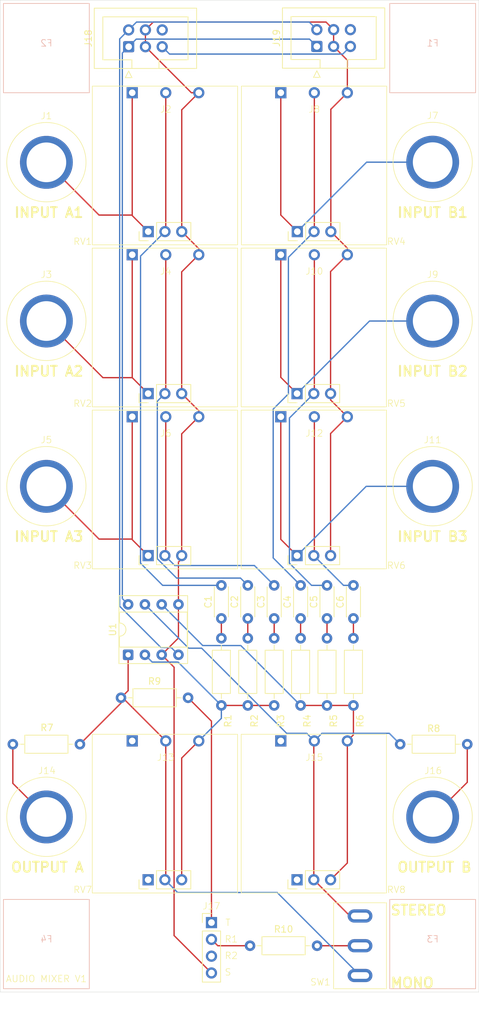
<source format=kicad_pcb>
(kicad_pcb (version 20241229) (generator "pcbnew") (generator_version "9.0")
  (layers (0 "F.Cu" signal) (2 "B.Cu" signal) (13 "F.Paste" user) (15 "B.Paste" user) (5 "F.SilkS" user "F.Silkscreen") (7 "B.SilkS" user "B.Silkscreen") (1 "F.Mask" user) (3 "B.Mask" user) (25 "Edge.Cuts" user))
  (net 0 "")
  (net 1 "Net-(C1-Pad2)")
  (net 2 "Net-(J2-Pin_2)")
  (net 3 "Net-(C2-Pad2)")
  (net 4 "Net-(J4-Pin_2)")
  (net 5 "Net-(C3-Pad2)")
  (net 6 "Net-(J6-Pin_2)")
  (net 7 "Net-(J8-Pin_2)")
  (net 8 "Net-(C4-Pad2)")
  (net 9 "Net-(J10-Pin_2)")
  (net 10 "Net-(C5-Pad2)")
  (net 11 "Net-(C6-Pad2)")
  (net 12 "Net-(J12-Pin_2)")
  (net 13 "Net-(J1-Pin_1)")
  (net 14 "GND")
  (net 15 "Net-(J3-Pin_1)")
  (net 16 "Net-(J5-Pin_1)")
  (net 17 "Net-(J7-Pin_1)")
  (net 18 "Net-(J10-Pin_1)")
  (net 19 "Net-(J11-Pin_1)")
  (net 21 "Net-(J13-Pin_2)")
  (net 22 "Net-(J13-Pin_3)")
  (net 23 "Net-(J14-Pin_1)")
  (net 25 "Net-(J15-Pin_2)")
  (net 26 "Net-(J15-Pin_3)")
  (net 27 "Net-(J16-Pin_1)")
  (net 28 "-12V")
  (net 29 "12V")
  (net 31 "5V")
  (net 33 "Net-(J17-PadT)")
  (net 34 "Net-(SW1-B)")
  (net 35 "Net-(J17-PadR1)")
  (footprint "Connector_IDC:IDC-Header_2x03_P2.54mm_Vertical" (layer "F.Cu") (at 78.96 29.5 90)
    (property "Reference" "J19" (at 1.27 -6.1 90) (layer "F.SilkS"))
    (property "Value" "Power")
    (pad "1" thru_hole roundrect (at 0 0 90) (size 1.7 1.7) (drill 1) (layers "*.Cu" "*.Mask") (roundrect_rratio 0.147059) (net 29 "12V"))
    (pad "2" thru_hole circle (at 2.54 0 90) (size 1.7 1.7) (drill 1) (layers "*.Cu" "*.Mask") (net 28 "-12V"))
    (pad "3" thru_hole circle (at 0 2.54 90) (size 1.7 1.7) (drill 1) (layers "*.Cu" "*.Mask") (net 14 "GND"))
    (pad "4" thru_hole circle (at 2.54 2.54 90) (size 1.7 1.7) (drill 1) (layers "*.Cu" "*.Mask") (net 14 "GND"))
    (pad "5" thru_hole circle (at 0 5.08 90) (size 1.7 1.7) (drill 1) (layers "*.Cu" "*.Mask") (net 31 "5V"))
    (pad "6" thru_hole circle (at 2.54 5.08 90) (size 1.7 1.7) (drill 1) (layers "*.Cu" "*.Mask"))
  )
  (footprint "Resistor_THT:R_Axial_DIN0207_L6.3mm_D2.5mm_P10.16mm_Horizontal" (layer "F.Cu") (at 84.5 119 -90)
    (property "Reference" "R6" (at 12.5 -1 90) (layer "F.SilkS"))
    (property "Value" "100K")
    (pad "1" thru_hole circle (at 0 0 270) (size 1.6 1.6) (drill 0.8) (layers "*.Cu" "*.Mask") (net 11 "Net-(C6-Pad2)"))
    (pad "2" thru_hole circle (at 10.16 0 270) (size 1.6 1.6) (drill 0.8) (layers "*.Cu" "*.Mask") (net 26 "Net-(J15-Pin_3)"))
  )
  (footprint "modular2:switch1" (layer "F.Cu") (at 85.5 174)
    (property "Reference" "SW1" (at -6 -3 0) (layer "F.SilkS") (effects (font (thickness 0.1))))
    (property "Value" "Mono/Stereo")
    (pad "1" thru_hole oval (at 0 -4) (size 3.75 2) (drill oval 2.75 1) (layers "*.Cu" "*.Mask") (net 21 "Net-(J13-Pin_2)"))
    (pad "2" thru_hole oval (at 0 -8.5) (size 3.75 2) (drill oval 2.75 1) (layers "*.Cu" "*.Mask") (net 34 "Net-(SW1-B)"))
    (pad "3" thru_hole oval (at 0 -13) (size 3.75 2) (drill oval 2.75 1) (layers "*.Cu" "*.Mask") (net 25 "Net-(J15-Pin_2)"))
  )
  (footprint "modular2:pot" (layer "F.Cu") (at 56.08 39.5)
    (property "Reference" "J2" (at 0 -0.5 0) (layer "F.SilkS") (effects (font (thickness 0.1))))
    (property "Value" "Pot")
    (pad "1" thru_hole rect (at -5.08 -3 90) (size 1.7 1.7) (drill 1) (layers "*.Cu" "*.Mask") (net 13 "Net-(J1-Pin_1)"))
    (pad "2" thru_hole circle (at 0 -3 90) (size 1.7 1.7) (drill 1) (layers "*.Cu" "*.Mask") (net 2 "Net-(J2-Pin_2)"))
    (pad "3" thru_hole circle (at 5 -3 90) (size 1.7 1.7) (drill 1) (layers "*.Cu" "*.Mask") (net 14 "GND"))
  )
  (footprint "Capacitor_THT:C_Disc_D4.3mm_W1.9mm_P5.00mm" (layer "F.Cu") (at 68.5 111 -90)
    (property "Reference" "C2" (at 2.5 2 90) (layer "F.SilkS"))
    (property "Value" "10uF")
    (pad "1" thru_hole circle (at 0 0 270) (size 1.6 1.6) (drill 0.8) (layers "*.Cu" "*.Mask") (net 4 "Net-(J4-Pin_2)"))
    (pad "2" thru_hole circle (at 5 0 270) (size 1.6 1.6) (drill 0.8) (layers "*.Cu" "*.Mask") (net 3 "Net-(C2-Pad2)"))
  )
  (footprint "Capacitor_THT:C_Disc_D4.3mm_W1.9mm_P5.00mm" (layer "F.Cu") (at 72.5 111 -90)
    (property "Reference" "C3" (at 2.5 2 90) (layer "F.SilkS"))
    (property "Value" "10uF")
    (pad "1" thru_hole circle (at 0 0 270) (size 1.6 1.6) (drill 0.8) (layers "*.Cu" "*.Mask") (net 6 "Net-(J6-Pin_2)"))
    (pad "2" thru_hole circle (at 5 0 270) (size 1.6 1.6) (drill 0.8) (layers "*.Cu" "*.Mask") (net 5 "Net-(C3-Pad2)"))
  )
  (footprint "Capacitor_THT:C_Disc_D4.3mm_W1.9mm_P5.00mm" (layer "F.Cu") (at 64.5 111 -90)
    (property "Reference" "C1" (at 2.5 2 90) (layer "F.SilkS"))
    (property "Value" "10uF")
    (pad "1" thru_hole circle (at 0 0 270) (size 1.6 1.6) (drill 0.8) (layers "*.Cu" "*.Mask") (net 2 "Net-(J2-Pin_2)"))
    (pad "2" thru_hole circle (at 5 0 270) (size 1.6 1.6) (drill 0.8) (layers "*.Cu" "*.Mask") (net 1 "Net-(C1-Pad2)"))
  )
  (footprint "modular2:banana-jack" (layer "F.Cu") (at 38 71)
    (property "Reference" "J3" (at 0 -7 0) (layer "F.SilkS") (effects (font (thickness 0.1))))
    (property "Value" "Input A2")
    (pad "1" thru_hole circle (at 0 0.024938) (size 8 8) (drill 6) (layers "*.Cu" "*.Mask") (net 15 "Net-(J3-Pin_1)"))
  )
  (footprint "modular2:pot" (layer "F.Cu") (at 78.58 64)
    (property "Reference" "J10" (at 0 -0.5 0) (layer "F.SilkS") (effects (font (thickness 0.1))))
    (property "Value" "Pot")
    (pad "1" thru_hole rect (at -5.08 -3 90) (size 1.7 1.7) (drill 1) (layers "*.Cu" "*.Mask") (net 18 "Net-(J10-Pin_1)"))
    (pad "2" thru_hole circle (at 0 -3 90) (size 1.7 1.7) (drill 1) (layers "*.Cu" "*.Mask") (net 9 "Net-(J10-Pin_2)"))
    (pad "3" thru_hole circle (at 5 -3 90) (size 1.7 1.7) (drill 1) (layers "*.Cu" "*.Mask") (net 14 "GND"))
  )
  (footprint "modular2:audio jack breakout" (layer "F.Cu") (at 63 162)
    (property "Reference" "J17" (at 0 -2.5 0) (layer "F.SilkS") (effects (font (thickness 0.1))))
    (property "Value" "AudioJack4")
    (pad "R1" thru_hole circle (at 0 2.54) (size 1.7 1.7) (drill 1) (layers "*.Cu" "*.Mask") (net 35 "Net-(J17-PadR1)"))
    (pad "R2" thru_hole circle (at 0 5.08) (size 1.7 1.7) (drill 1) (layers "*.Cu" "*.Mask"))
    (pad "S" thru_hole circle (at 0 7.62) (size 1.7 1.7) (drill 1) (layers "*.Cu" "*.Mask") (net 14 "GND"))
    (pad "T" thru_hole rect (at 0 0) (size 1.7 1.7) (drill 1) (layers "*.Cu" "*.Mask") (net 33 "Net-(J17-PadT)"))
  )
  (footprint "modular2:banana-jack" (layer "F.Cu") (at 38 47)
    (property "Reference" "J1" (at 0 -7 0) (layer "F.SilkS") (effects (font (thickness 0.1))))
    (property "Value" "Input A1")
    (pad "1" thru_hole circle (at 0 0.024938) (size 8 8) (drill 6) (layers "*.Cu" "*.Mask") (net 13 "Net-(J1-Pin_1)"))
  )
  (footprint "Resistor_THT:R_Axial_DIN0207_L6.3mm_D2.5mm_P10.16mm_Horizontal" (layer "F.Cu") (at 68.5 119 -90)
    (property "Reference" "R2" (at 12.5 -1 90) (layer "F.SilkS"))
    (property "Value" "100K")
    (pad "1" thru_hole circle (at 0 0 270) (size 1.6 1.6) (drill 0.8) (layers "*.Cu" "*.Mask") (net 3 "Net-(C2-Pad2)"))
    (pad "2" thru_hole circle (at 10.16 0 270) (size 1.6 1.6) (drill 0.8) (layers "*.Cu" "*.Mask") (net 22 "Net-(J13-Pin_3)"))
  )
  (footprint "Resistor_THT:R_Axial_DIN0207_L6.3mm_D2.5mm_P10.16mm_Horizontal" (layer "F.Cu") (at 79 165.5 180)
    (property "Reference" "R10" (at 5.08 2.5 0) (layer "F.SilkS"))
    (property "Value" "1K")
    (pad "1" thru_hole circle (at 0 0 180) (size 1.6 1.6) (drill 0.8) (layers "*.Cu" "*.Mask") (net 34 "Net-(SW1-B)"))
    (pad "2" thru_hole circle (at 10.16 0 180) (size 1.6 1.6) (drill 0.8) (layers "*.Cu" "*.Mask") (net 35 "Net-(J17-PadR1)"))
  )
  (footprint "modular2:pot" (layer "F.Cu") (at 56.08 88.5)
    (property "Reference" "J6" (at 0 -0.5 0) (layer "F.SilkS") (effects (font (thickness 0.1))))
    (property "Value" "Pot")
    (pad "1" thru_hole rect (at -5.08 -3 90) (size 1.7 1.7) (drill 1) (layers "*.Cu" "*.Mask") (net 16 "Net-(J5-Pin_1)"))
    (pad "2" thru_hole circle (at 0 -3 90) (size 1.7 1.7) (drill 1) (layers "*.Cu" "*.Mask") (net 6 "Net-(J6-Pin_2)"))
    (pad "3" thru_hole circle (at 5 -3 90) (size 1.7 1.7) (drill 1) (layers "*.Cu" "*.Mask") (net 14 "GND"))
  )
  (footprint "modular2:banana-jack" (layer "F.Cu") (at 38 146)
    (property "Reference" "J14" (at 0.08 -6.975062 0) (layer "F.SilkS") (effects (font (thickness 0.1))))
    (property "Value" "Output A")
    (pad "1" thru_hole circle (at 0 0.024938) (size 8 8) (drill 6) (layers "*.Cu" "*.Mask") (net 23 "Net-(J14-Pin_1)"))
  )
  (footprint "Package_DIP:DIP-8_W7.62mm_Socket" (layer "F.Cu") (at 50.38 121.5 90)
    (property "Reference" "U1" (at 3.81 -2.33 90) (layer "F.SilkS"))
    (property "Value" "TL072")
    (pad "1" thru_hole roundrect (at 0 0 90) (size 1.6 1.6) (drill 0.8) (layers "*.Cu" "*.Mask") (roundrect_rratio 0.15625) (net 21 "Net-(J13-Pin_2)"))
    (pad "2" thru_hole circle (at 0 2.54 90) (size 1.6 1.6) (drill 0.8) (layers "*.Cu" "*.Mask") (net 22 "Net-(J13-Pin_3)"))
    (pad "3" thru_hole circle (at 0 5.08 90) (size 1.6 1.6) (drill 0.8) (layers "*.Cu" "*.Mask") (net 14 "GND"))
    (pad "4" thru_hole circle (at 0 7.62 90) (size 1.6 1.6) (drill 0.8) (layers "*.Cu" "*.Mask") (net 28 "-12V"))
    (pad "5" thru_hole circle (at 7.62 7.62 90) (size 1.6 1.6) (drill 0.8) (layers "*.Cu" "*.Mask") (net 14 "GND"))
    (pad "6" thru_hole circle (at 7.62 5.08 90) (size 1.6 1.6) (drill 0.8) (layers "*.Cu" "*.Mask") (net 26 "Net-(J15-Pin_3)"))
    (pad "7" thru_hole circle (at 7.62 2.54 90) (size 1.6 1.6) (drill 0.8) (layers "*.Cu" "*.Mask") (net 25 "Net-(J15-Pin_2)"))
    (pad "8" thru_hole circle (at 7.62 0 90) (size 1.6 1.6) (drill 0.8) (layers "*.Cu" "*.Mask") (net 29 "12V"))
  )
  (footprint "modular2:banana-jack" (layer "F.Cu") (at 96.5 71)
    (property "Reference" "J9" (at 0 -7 0) (layer "F.SilkS") (effects (font (thickness 0.1))))
    (property "Value" "Input B2")
    (pad "1" thru_hole circle (at 0 0.024938) (size 8 8) (drill 6) (layers "*.Cu" "*.Mask") (net 18 "Net-(J10-Pin_1)"))
  )
  (footprint "modular2:pot" (layer "F.Cu") (at 78.58 39.5)
    (property "Reference" "J8" (at 0 -0.5 0) (layer "F.SilkS") (effects (font (thickness 0.1))))
    (property "Value" "Pot")
    (pad "1" thru_hole rect (at -5.08 -3 90) (size 1.7 1.7) (drill 1) (layers "*.Cu" "*.Mask") (net 17 "Net-(J7-Pin_1)"))
    (pad "2" thru_hole circle (at 0 -3 90) (size 1.7 1.7) (drill 1) (layers "*.Cu" "*.Mask") (net 7 "Net-(J8-Pin_2)"))
    (pad "3" thru_hole circle (at 5 -3 90) (size 1.7 1.7) (drill 1) (layers "*.Cu" "*.Mask") (net 14 "GND"))
  )
  (footprint "Capacitor_THT:C_Disc_D4.3mm_W1.9mm_P5.00mm" (layer "F.Cu") (at 84.5 111 -90)
    (property "Reference" "C6" (at 2.5 2 90) (layer "F.SilkS"))
    (property "Value" "10uF")
    (pad "1" thru_hole circle (at 0 0 270) (size 1.6 1.6) (drill 0.8) (layers "*.Cu" "*.Mask") (net 12 "Net-(J12-Pin_2)"))
    (pad "2" thru_hole circle (at 5 0 270) (size 1.6 1.6) (drill 0.8) (layers "*.Cu" "*.Mask") (net 11 "Net-(C6-Pad2)"))
  )
  (footprint "modular2:pot-socket" (layer "F.Cu") (at 77.54 49.5)
    (property "Reference" "RV4" (at 13.46 9.5 0) (layer "F.SilkS") (effects (font (thickness 0.1))))
    (property "Value" "100K")
    (pad "" np_thru_hole circle (at -7.5 -11.5) (size 2.2 2.2) (drill 2.2) (layers "*.Cu" "*.Mask"))
    (pad "" np_thru_hole circle (at 9.55 -11.5) (size 2.2 2.2) (drill 2.2) (layers "*.Cu" "*.Mask"))
    (pad "1" thru_hole rect (at -1.54 8 90) (size 1.7 1.7) (drill 1) (layers "*.Cu" "*.Mask") (net 17 "Net-(J7-Pin_1)"))
    (pad "2" thru_hole circle (at 1 8 90) (size 1.7 1.7) (drill 1) (layers "*.Cu" "*.Mask") (net 7 "Net-(J8-Pin_2)"))
    (pad "3" thru_hole circle (at 3.54 8 90) (size 1.7 1.7) (drill 1) (layers "*.Cu" "*.Mask") (net 14 "GND"))
  )
  (footprint "modular2:pot" (layer "F.Cu") (at 56.08 64)
    (property "Reference" "J4" (at 0 -0.5 0) (layer "F.SilkS") (effects (font (thickness 0.1))))
    (property "Value" "Pot")
    (pad "1" thru_hole rect (at -5.08 -3 90) (size 1.7 1.7) (drill 1) (layers "*.Cu" "*.Mask") (net 15 "Net-(J3-Pin_1)"))
    (pad "2" thru_hole circle (at 0 -3 90) (size 1.7 1.7) (drill 1) (layers "*.Cu" "*.Mask") (net 4 "Net-(J4-Pin_2)"))
    (pad "3" thru_hole circle (at 5 -3 90) (size 1.7 1.7) (drill 1) (layers "*.Cu" "*.Mask") (net 14 "GND"))
  )
  (footprint "Capacitor_THT:C_Disc_D4.3mm_W1.9mm_P5.00mm" (layer "F.Cu") (at 80.5 111 -90)
    (property "Reference" "C5" (at 2.5 2 90) (layer "F.SilkS"))
    (property "Value" "10uF")
    (pad "1" thru_hole circle (at 0 0 270) (size 1.6 1.6) (drill 0.8) (layers "*.Cu" "*.Mask") (net 9 "Net-(J10-Pin_2)"))
    (pad "2" thru_hole circle (at 5 0 270) (size 1.6 1.6) (drill 0.8) (layers "*.Cu" "*.Mask") (net 10 "Net-(C5-Pad2)"))
  )
  (footprint "modular2:banana-jack" (layer "F.Cu") (at 38 96)
    (property "Reference" "J5" (at 0 -7 0) (layer "F.SilkS") (effects (font (thickness 0.1))))
    (property "Value" "Input A3")
    (pad "1" thru_hole circle (at 0 0.024938) (size 8 8) (drill 6) (layers "*.Cu" "*.Mask") (net 16 "Net-(J5-Pin_1)"))
  )
  (footprint "Resistor_THT:R_Axial_DIN0207_L6.3mm_D2.5mm_P10.16mm_Horizontal" (layer "F.Cu") (at 49.3 128)
    (property "Reference" "R9" (at 5.08 -2.5 0) (layer "F.SilkS"))
    (property "Value" "1K")
    (pad "1" thru_hole circle (at 0 0) (size 1.6 1.6) (drill 0.8) (layers "*.Cu" "*.Mask") (net 21 "Net-(J13-Pin_2)"))
    (pad "2" thru_hole circle (at 10.16 0) (size 1.6 1.6) (drill 0.8) (layers "*.Cu" "*.Mask") (net 33 "Net-(J17-PadT)"))
  )
  (footprint "modular2:pot-socket" (layer "F.Cu") (at 54.95 98.5)
    (property "Reference" "RV3" (at -11.45 9.5 0) (layer "F.SilkS") (effects (font (thickness 0.1))))
    (property "Value" "100K")
    (pad "" np_thru_hole circle (at -7.5 -11.5) (size 2.2 2.2) (drill 2.2) (layers "*.Cu" "*.Mask"))
    (pad "" np_thru_hole circle (at 9.55 -11.5) (size 2.2 2.2) (drill 2.2) (layers "*.Cu" "*.Mask"))
    (pad "1" thru_hole rect (at -1.54 8 90) (size 1.7 1.7) (drill 1) (layers "*.Cu" "*.Mask") (net 16 "Net-(J5-Pin_1)"))
    (pad "2" thru_hole circle (at 1 8 90) (size 1.7 1.7) (drill 1) (layers "*.Cu" "*.Mask") (net 6 "Net-(J6-Pin_2)"))
    (pad "3" thru_hole circle (at 3.54 8 90) (size 1.7 1.7) (drill 1) (layers "*.Cu" "*.Mask") (net 14 "GND"))
  )
  (footprint "modular2:pot-socket" (layer "F.Cu") (at 54.95 147.524938)
    (property "Reference" "RV7" (at -11.45 9.5 0) (layer "F.SilkS") (effects (font (thickness 0.1))))
    (property "Value" "100K")
    (pad "" np_thru_hole circle (at -7.5 -11.5) (size 2.2 2.2) (drill 2.2) (layers "*.Cu" "*.Mask"))
    (pad "" np_thru_hole circle (at 9.55 -11.5) (size 2.2 2.2) (drill 2.2) (layers "*.Cu" "*.Mask"))
    (pad "1" thru_hole rect (at -1.54 8 90) (size 1.7 1.7) (drill 1) (layers "*.Cu" "*.Mask"))
    (pad "2" thru_hole circle (at 1 8 90) (size 1.7 1.7) (drill 1) (layers "*.Cu" "*.Mask") (net 21 "Net-(J13-Pin_2)"))
    (pad "3" thru_hole circle (at 3.54 8 90) (size 1.7 1.7) (drill 1) (layers "*.Cu" "*.Mask") (net 22 "Net-(J13-Pin_3)"))
  )
  (footprint "modular2:pot-socket" (layer "F.Cu") (at 77.5 98.5)
    (property "Reference" "RV6" (at 13.5 9.5 0) (layer "F.SilkS") (effects (font (thickness 0.1))))
    (property "Value" "100K")
    (pad "" np_thru_hole circle (at -7.5 -11.5) (size 2.2 2.2) (drill 2.2) (layers "*.Cu" "*.Mask"))
    (pad "" np_thru_hole circle (at 9.55 -11.5) (size 2.2 2.2) (drill 2.2) (layers "*.Cu" "*.Mask"))
    (pad "1" thru_hole rect (at -1.54 8 90) (size 1.7 1.7) (drill 1) (layers "*.Cu" "*.Mask") (net 19 "Net-(J11-Pin_1)"))
    (pad "2" thru_hole circle (at 1 8 90) (size 1.7 1.7) (drill 1) (layers "*.Cu" "*.Mask") (net 12 "Net-(J12-Pin_2)"))
    (pad "3" thru_hole circle (at 3.54 8 90) (size 1.7 1.7) (drill 1) (layers "*.Cu" "*.Mask") (net 14 "GND"))
  )
  (footprint "modular2:pot" (layer "F.Cu") (at 56.08 137.524938)
    (property "Reference" "J13" (at 0 -0.5 0) (layer "F.SilkS") (effects (font (thickness 0.1))))
    (property "Value" "Pot")
    (pad "1" thru_hole rect (at -5.08 -3 90) (size 1.7 1.7) (drill 1) (layers "*.Cu" "*.Mask"))
    (pad "2" thru_hole circle (at 0 -3 90) (size 1.7 1.7) (drill 1) (layers "*.Cu" "*.Mask") (net 21 "Net-(J13-Pin_2)"))
    (pad "3" thru_hole circle (at 5 -3 90) (size 1.7 1.7) (drill 1) (layers "*.Cu" "*.Mask") (net 22 "Net-(J13-Pin_3)"))
  )
  (footprint "Resistor_THT:R_Axial_DIN0207_L6.3mm_D2.5mm_P10.16mm_Horizontal" (layer "F.Cu") (at 72.5 119 -90)
    (property "Reference" "R3" (at 12.5 -1 90) (layer "F.SilkS"))
    (property "Value" "100K")
    (pad "1" thru_hole circle (at 0 0 270) (size 1.6 1.6) (drill 0.8) (layers "*.Cu" "*.Mask") (net 5 "Net-(C3-Pad2)"))
    (pad "2" thru_hole circle (at 10.16 0 270) (size 1.6 1.6) (drill 0.8) (layers "*.Cu" "*.Mask") (net 22 "Net-(J13-Pin_3)"))
  )
  (footprint "Resistor_THT:R_Axial_DIN0207_L6.3mm_D2.5mm_P10.16mm_Horizontal" (layer "F.Cu") (at 80.5 119 -90)
    (property "Reference" "R5" (at 12.5 -1 90) (layer "F.SilkS"))
    (property "Value" "100K")
    (pad "1" thru_hole circle (at 0 0 270) (size 1.6 1.6) (drill 0.8) (layers "*.Cu" "*.Mask") (net 10 "Net-(C5-Pad2)"))
    (pad "2" thru_hole circle (at 10.16 0 270) (size 1.6 1.6) (drill 0.8) (layers "*.Cu" "*.Mask") (net 26 "Net-(J15-Pin_3)"))
  )
  (footprint "Connector_IDC:IDC-Header_2x03_P2.54mm_Vertical" (layer "F.Cu") (at 50.46 29.54 90)
    (property "Reference" "J18" (at 1.27 -6.1 90) (layer "F.SilkS"))
    (property "Value" "Power")
    (pad "1" thru_hole roundrect (at 0 0 90) (size 1.7 1.7) (drill 1) (layers "*.Cu" "*.Mask") (roundrect_rratio 0.147059) (net 29 "12V"))
    (pad "2" thru_hole circle (at 2.54 0 90) (size 1.7 1.7) (drill 1) (layers "*.Cu" "*.Mask") (net 28 "-12V"))
    (pad "3" thru_hole circle (at 0 2.54 90) (size 1.7 1.7) (drill 1) (layers "*.Cu" "*.Mask") (net 14 "GND"))
    (pad "4" thru_hole circle (at 2.54 2.54 90) (size 1.7 1.7) (drill 1) (layers "*.Cu" "*.Mask") (net 14 "GND"))
    (pad "5" thru_hole circle (at 0 5.08 90) (size 1.7 1.7) (drill 1) (layers "*.Cu" "*.Mask") (net 31 "5V"))
    (pad "6" thru_hole circle (at 2.54 5.08 90) (size 1.7 1.7) (drill 1) (layers "*.Cu" "*.Mask"))
  )
  (footprint "modular2:pot" (layer "F.Cu") (at 78.58 88.5)
    (property "Reference" "J12" (at 0 -0.5 0) (layer "F.SilkS") (effects (font (thickness 0.1))))
    (property "Value" "Pot")
    (pad "1" thru_hole rect (at -5.08 -3 90) (size 1.7 1.7) (drill 1) (layers "*.Cu" "*.Mask") (net 19 "Net-(J11-Pin_1)"))
    (pad "2" thru_hole circle (at 0 -3 90) (size 1.7 1.7) (drill 1) (layers "*.Cu" "*.Mask") (net 12 "Net-(J12-Pin_2)"))
    (pad "3" thru_hole circle (at 5 -3 90) (size 1.7 1.7) (drill 1) (layers "*.Cu" "*.Mask") (net 14 "GND"))
  )
  (footprint "Resistor_THT:R_Axial_DIN0207_L6.3mm_D2.5mm_P10.16mm_Horizontal" (layer "F.Cu") (at 43.08 135.024938 180)
    (property "Reference" "R7" (at 5 2.5 0) (layer "F.SilkS"))
    (property "Value" "1K")
    (pad "1" thru_hole circle (at 0 0 180) (size 1.6 1.6) (drill 0.8) (layers "*.Cu" "*.Mask") (net 21 "Net-(J13-Pin_2)"))
    (pad "2" thru_hole circle (at 10.16 0 180) (size 1.6 1.6) (drill 0.8) (layers "*.Cu" "*.Mask") (net 23 "Net-(J14-Pin_1)"))
  )
  (footprint "modular2:banana-jack" (layer "F.Cu") (at 96.5 96)
    (property "Reference" "J11" (at 0 -7 0) (layer "F.SilkS") (effects (font (thickness 0.1))))
    (property "Value" "Input B3")
    (pad "1" thru_hole circle (at 0 0.024938) (size 8 8) (drill 6) (layers "*.Cu" "*.Mask") (net 19 "Net-(J11-Pin_1)"))
  )
  (footprint "modular2:banana-jack" (layer "F.Cu") (at 96.5 146)
    (property "Reference" "J16" (at 0.08 -6.975062 0) (layer "F.SilkS") (effects (font (thickness 0.1))))
    (property "Value" "Output B")
    (pad "1" thru_hole circle (at 0 0.024938) (size 8 8) (drill 6) (layers "*.Cu" "*.Mask") (net 27 "Net-(J16-Pin_1)"))
  )
  (footprint "modular2:banana-jack" (layer "F.Cu") (at 96.5 46.975062)
    (property "Reference" "J7" (at 0 -7 0) (layer "F.SilkS") (effects (font (thickness 0.1))))
    (property "Value" "Input B1")
    (pad "1" thru_hole circle (at 0 0.024938) (size 8 8) (drill 6) (layers "*.Cu" "*.Mask") (net 17 "Net-(J7-Pin_1)"))
  )
  (footprint "Capacitor_THT:C_Disc_D4.3mm_W1.9mm_P5.00mm" (layer "F.Cu") (at 76.5 111 -90)
    (property "Reference" "C4" (at 2.5 2 90) (layer "F.SilkS"))
    (property "Value" "10uF")
    (pad "1" thru_hole circle (at 0 0 270) (size 1.6 1.6) (drill 0.8) (layers "*.Cu" "*.Mask") (net 7 "Net-(J8-Pin_2)"))
    (pad "2" thru_hole circle (at 5 0 270) (size 1.6 1.6) (drill 0.8) (layers "*.Cu" "*.Mask") (net 8 "Net-(C4-Pad2)"))
  )
  (footprint "modular2:pot" (layer "F.Cu") (at 78.58 137.524938)
    (property "Reference" "J15" (at 0 -0.5 0) (layer "F.SilkS") (effects (font (thickness 0.1))))
    (property "Value" "Pot")
    (pad "1" thru_hole rect (at -5.08 -3 90) (size 1.7 1.7) (drill 1) (layers "*.Cu" "*.Mask"))
    (pad "2" thru_hole circle (at 0 -3 90) (size 1.7 1.7) (drill 1) (layers "*.Cu" "*.Mask") (net 25 "Net-(J15-Pin_2)"))
    (pad "3" thru_hole circle (at 5 -3 90) (size 1.7 1.7) (drill 1) (layers "*.Cu" "*.Mask") (net 26 "Net-(J15-Pin_3)"))
  )
  (footprint "modular2:pot-socket" (layer "F.Cu") (at 54.96 49.5)
    (property "Reference" "RV1" (at -11.46 9.5 0) (layer "F.SilkS") (effects (font (thickness 0.1))))
    (property "Value" "100K")
    (pad "" np_thru_hole circle (at -7.5 -11.5) (size 2.2 2.2) (drill 2.2) (layers "*.Cu" "*.Mask"))
    (pad "" np_thru_hole circle (at 9.55 -11.5) (size 2.2 2.2) (drill 2.2) (layers "*.Cu" "*.Mask"))
    (pad "1" thru_hole rect (at -1.54 8 90) (size 1.7 1.7) (drill 1) (layers "*.Cu" "*.Mask") (net 13 "Net-(J1-Pin_1)"))
    (pad "2" thru_hole circle (at 1 8 90) (size 1.7 1.7) (drill 1) (layers "*.Cu" "*.Mask") (net 2 "Net-(J2-Pin_2)"))
    (pad "3" thru_hole circle (at 3.54 8 90) (size 1.7 1.7) (drill 1) (layers "*.Cu" "*.Mask") (net 14 "GND"))
  )
  (footprint "modular2:pot-socket" (layer "F.Cu") (at 77.5 74)
    (property "Reference" "RV5" (at 13.5 9.5 0) (layer "F.SilkS") (effects (font (thickness 0.1))))
    (property "Value" "100K")
    (pad "" np_thru_hole circle (at -7.5 -11.5) (size 2.2 2.2) (drill 2.2) (layers "*.Cu" "*.Mask"))
    (pad "" np_thru_hole circle (at 9.55 -11.5) (size 2.2 2.2) (drill 2.2) (layers "*.Cu" "*.Mask"))
    (pad "1" thru_hole rect (at -1.54 8 90) (size 1.7 1.7) (drill 1) (layers "*.Cu" "*.Mask") (net 18 "Net-(J10-Pin_1)"))
    (pad "2" thru_hole circle (at 1 8 90) (size 1.7 1.7) (drill 1) (layers "*.Cu" "*.Mask") (net 9 "Net-(J10-Pin_2)"))
    (pad "3" thru_hole circle (at 3.54 8 90) (size 1.7 1.7) (drill 1) (layers "*.Cu" "*.Mask") (net 14 "GND"))
  )
  (footprint "Resistor_THT:R_Axial_DIN0207_L6.3mm_D2.5mm_P10.16mm_Horizontal" (layer "F.Cu") (at 64.5 119 -90)
    (property "Reference" "R1" (at 12.5 -1 90) (layer "F.SilkS"))
    (property "Value" "100K")
    (pad "1" thru_hole circle (at 0 0 270) (size 1.6 1.6) (drill 0.8) (layers "*.Cu" "*.Mask") (net 1 "Net-(C1-Pad2)"))
    (pad "2" thru_hole circle (at 10.16 0 270) (size 1.6 1.6) (drill 0.8) (layers "*.Cu" "*.Mask") (net 22 "Net-(J13-Pin_3)"))
  )
  (footprint "modular2:pot-socket" (layer "F.Cu") (at 54.95 74)
    (property "Reference" "RV2" (at -11.45 9.5 0) (layer "F.SilkS") (effects (font (thickness 0.1))))
    (property "Value" "100K")
    (pad "" np_thru_hole circle (at -7.5 -11.5) (size 2.2 2.2) (drill 2.2) (layers "*.Cu" "*.Mask"))
    (pad "" np_thru_hole circle (at 9.55 -11.5) (size 2.2 2.2) (drill 2.2) (layers "*.Cu" "*.Mask"))
    (pad "1" thru_hole rect (at -1.54 8 90) (size 1.7 1.7) (drill 1) (layers "*.Cu" "*.Mask") (net 15 "Net-(J3-Pin_1)"))
    (pad "2" thru_hole circle (at 1 8 90) (size 1.7 1.7) (drill 1) (layers "*.Cu" "*.Mask") (net 4 "Net-(J4-Pin_2)"))
    (pad "3" thru_hole circle (at 3.54 8 90) (size 1.7 1.7) (drill 1) (layers "*.Cu" "*.Mask") (net 14 "GND"))
  )
  (footprint "Resistor_THT:R_Axial_DIN0207_L6.3mm_D2.5mm_P10.16mm_Horizontal" (layer "F.Cu") (at 91.58 135.024938)
    (property "Reference" "R8" (at 5.08 -2.37 0) (layer "F.SilkS"))
    (property "Value" "1K")
    (pad "1" thru_hole circle (at 0 0) (size 1.6 1.6) (drill 0.8) (layers "*.Cu" "*.Mask") (net 25 "Net-(J15-Pin_2)"))
    (pad "2" thru_hole circle (at 10.16 0) (size 1.6 1.6) (drill 0.8) (layers "*.Cu" "*.Mask") (net 27 "Net-(J16-Pin_1)"))
  )
  (footprint "modular2:pot-socket" (layer "F.Cu") (at 77.5 147.524938)
    (property "Reference" "RV8" (at 13.5 9.5 0) (layer "F.SilkS") (effects (font (thickness 0.1))))
    (property "Value" "100K")
    (pad "" np_thru_hole circle (at -7.5 -11.5) (size 2.2 2.2) (drill 2.2) (layers "*.Cu" "*.Mask"))
    (pad "" np_thru_hole circle (at 9.55 -11.5) (size 2.2 2.2) (drill 2.2) (layers "*.Cu" "*.Mask"))
    (pad "1" thru_hole rect (at -1.54 8 90) (size 1.7 1.7) (drill 1) (layers "*.Cu" "*.Mask"))
    (pad "2" thru_hole circle (at 1 8 90) (size 1.7 1.7) (drill 1) (layers "*.Cu" "*.Mask") (net 25 "Net-(J15-Pin_2)"))
    (pad "3" thru_hole circle (at 3.54 8 90) (size 1.7 1.7) (drill 1) (layers "*.Cu" "*.Mask") (net 26 "Net-(J15-Pin_3)"))
  )
  (footprint "Resistor_THT:R_Axial_DIN0207_L6.3mm_D2.5mm_P10.16mm_Horizontal" (layer "F.Cu") (at 76.5 119 -90)
    (property "Reference" "R4" (at 12.5 -1 90) (layer "F.SilkS"))
    (property "Value" "100K")
    (pad "1" thru_hole circle (at 0 0 270) (size 1.6 1.6) (drill 0.8) (layers "*.Cu" "*.Mask") (net 8 "Net-(C4-Pad2)"))
    (pad "2" thru_hole circle (at 10.16 0 270) (size 1.6 1.6) (drill 0.8) (layers "*.Cu" "*.Mask") (net 26 "Net-(J15-Pin_3)"))
  )
  (footprint "modular2:foot" (layer "B.Cu") (at 96.5 165 180)
    (property "Reference" "F3" (at 0 0.5 0) (layer "B.SilkS") (effects (font (thickness 0.1)) (justify mirror)))
    (property "Value" "foot")
  )
  (footprint "modular2:foot" (layer "B.Cu") (at 38 29.5 180)
    (property "Reference" "F2" (at 0 0.5 0) (layer "B.SilkS") (effects (font (thickness 0.1)) (justify mirror)))
    (property "Value" "foot")
  )
  (footprint "modular2:foot" (layer "B.Cu") (at 96.5 29.5 180)
    (property "Reference" "F1" (at 0 0.5 0) (layer "B.SilkS") (effects (font (thickness 0.1)) (justify mirror)))
    (property "Value" "foot")
  )
  (footprint "modular2:foot" (layer "B.Cu") (at 38 165 180)
    (property "Reference" "F4" (at 0 0.5 0) (layer "B.SilkS") (effects (font (thickness 0.1)) (justify mirror)))
    (property "Value" "foot")
  )
  (gr_rect (start 31 22.5) (end 103.5 172.5) (stroke (width 0.05)) (fill no) (layer "Edge.Cuts"))
  (gr_text "MONO" (at 90 172 0) (layer "F.SilkS") (effects (font (size 1.5 1.5) (thickness 0.3) (bold yes)) (justify left bottom)))
  (gr_text "R2" (at 66 167 0) (layer "F.SilkS") (effects (font (size 1 1) (thickness 0.1))))
  (gr_text "INPUT A3" (at 33 104.5 0) (layer "F.SilkS") (effects (font (size 1.5 1.5) (thickness 0.3) (bold yes)) (justify left bottom)))
  (gr_text "INPUT A2" (at 33 79.5 0) (layer "F.SilkS") (effects (font (size 1.5 1.5) (thickness 0.3) (bold yes)) (justify left bottom)))
  (gr_text "R1" (at 66 164.5 0) (layer "F.SilkS") (effects (font (size 1 1) (thickness 0.1))))
  (gr_text "AUDIO MIXER V1" (at 38 170.5 0) (layer "F.SilkS") (effects (font (size 1 1) (thickness 0.1))))
  (gr_text "T" (at 65.5 162 0) (layer "F.SilkS") (effects (font (size 1 1) (thickness 0.1))))
  (gr_text "OUTPUT A" (at 32.5 154.5 0) (layer "F.SilkS") (effects (font (size 1.5 1.5) (thickness 0.3) (bold yes)) (justify left bottom)))
  (gr_text "INPUT B1" (at 91 55.5 0) (layer "F.SilkS") (effects (font (size 1.5 1.5) (thickness 0.3) (bold yes)) (justify left bottom)))
  (gr_text "OUTPUT B" (at 91 154.5 0) (layer "F.SilkS") (effects (font (size 1.5 1.5) (thickness 0.3) (bold yes)) (justify left bottom)))
  (gr_text "INPUT B3" (at 91 104.5 0) (layer "F.SilkS") (effects (font (size 1.5 1.5) (thickness 0.3) (bold yes)) (justify left bottom)))
  (gr_text "INPUT B2" (at 91 79.5 0) (layer "F.SilkS") (effects (font (size 1.5 1.5) (thickness 0.3) (bold yes)) (justify left bottom)))
  (gr_text "INPUT A1" (at 33 55.5 0) (layer "F.SilkS") (effects (font (size 1.5 1.5) (thickness 0.3) (bold yes)) (justify left bottom)))
  (gr_text "S" (at 65.5 169.5 0) (layer "F.SilkS") (effects (font (size 1 1) (thickness 0.1))))
  (gr_text "STEREO" (at 90 161 0) (layer "F.SilkS") (effects (font (size 1.5 1.5) (thickness 0.3) (bold yes)) (justify left bottom)))
  (segment (start 64.5 116) (end 64.5 119) (width 0.2) (layer "F.Cu") (net 1))
  (segment (start 56.08 57.38) (end 55.96 57.5) (width 0.2) (layer "F.Cu") (net 2))
  (segment (start 56.08 36.5) (end 56.08 57.38) (width 0.2) (layer "F.Cu") (net 2))
  (segment (start 52.259 61.201) (end 52.259 107.651) (width 0.2) (layer "B.Cu") (net 2))
  (segment (start 55.608 111) (end 64.5 111) (width 0.2) (layer "B.Cu") (net 2))
  (segment (start 52.259 107.651) (end 55.608 111) (width 0.2) (layer "B.Cu") (net 2))
  (segment (start 55.96 57.5) (end 52.259 61.201) (width 0.2) (layer "B.Cu") (net 2))
  (segment (start 68.5 116) (end 68.5 119) (width 0.2) (layer "F.Cu") (net 3))
  (segment (start 56.08 81.87) (end 55.95 82) (width 0.2) (layer "F.Cu") (net 4))
  (segment (start 56.08 61) (end 56.08 81.87) (width 0.2) (layer "F.Cu") (net 4))
  (segment (start 57.72124 109.899) (end 67.399 109.899) (width 0.2) (layer "B.Cu") (net 4))
  (segment (start 67.399 109.899) (end 68.5 111) (width 0.2) (layer "B.Cu") (net 4))
  (segment (start 54.799 106.97676) (end 57.72124 109.899) (width 0.2) (layer "B.Cu") (net 4))
  (segment (start 54.799 83.151) (end 54.799 106.97676) (width 0.2) (layer "B.Cu") (net 4))
  (segment (start 55.95 82) (end 54.799 83.151) (width 0.2) (layer "B.Cu") (net 4))
  (segment (start 72.5 116) (end 72.5 119) (width 0.2) (layer "F.Cu") (net 5))
  (segment (start 56.08 85.5) (end 56.08 106.37) (width 0.2) (layer "F.Cu") (net 6))
  (segment (start 56.08 106.37) (end 55.95 106.5) (width 0.2) (layer "F.Cu") (net 6))
  (segment (start 55.95 106.5) (end 57.45 108) (width 0.2) (layer "B.Cu") (net 6))
  (segment (start 57.45 108) (end 69.5 108) (width 0.2) (layer "B.Cu") (net 6))
  (segment (start 69.5 108) (end 72.5 111) (width 0.2) (layer "B.Cu") (net 6))
  (segment (start 78.58 36.5) (end 78.58 57.46) (width 0.2) (layer "F.Cu") (net 7))
  (segment (start 78.58 57.46) (end 78.54 57.5) (width 0.2) (layer "F.Cu") (net 7))
  (segment (start 74.651 82.047) (end 72.349 84.349) (width 0.2) (layer "B.Cu") (net 7))
  (segment (start 72.349 106.849) (end 76.5 111) (width 0.2) (layer "B.Cu") (net 7))
  (segment (start 78.54 57.5) (end 74.651 61.389) (width 0.2) (layer "B.Cu") (net 7))
  (segment (start 74.651 61.389) (end 74.651 82.047) (width 0.2) (layer "B.Cu") (net 7))
  (segment (start 72.349 84.349) (end 72.349 106.849) (width 0.2) (layer "B.Cu") (net 7))
  (segment (start 76.5 116) (end 76.5 119) (width 0.2) (layer "F.Cu") (net 8))
  (segment (start 78.58 81.92) (end 78.5 82) (width 0.2) (layer "F.Cu") (net 9))
  (segment (start 78.58 61) (end 78.58 81.92) (width 0.2) (layer "F.Cu") (net 9))
  (segment (start 74.809 85.691) (end 74.809 107.651) (width 0.2) (layer "B.Cu") (net 9))
  (segment (start 74.809 107.651) (end 78.158 111) (width 0.2) (layer "B.Cu") (net 9))
  (segment (start 78.5 82) (end 74.809 85.691) (width 0.2) (layer "B.Cu") (net 9))
  (segment (start 78.158 111) (end 80.5 111) (width 0.2) (layer "B.Cu") (net 9))
  (segment (start 80.5 116) (end 80.5 119) (width 0.2) (layer "F.Cu") (net 10))
  (segment (start 84.5 116) (end 84.5 119) (width 0.2) (layer "F.Cu") (net 11))
  (segment (start 78.58 85.5) (end 78.58 106.42) (width 0.2) (layer "F.Cu") (net 12))
  (segment (start 78.58 106.42) (end 78.5 106.5) (width 0.2) (layer "F.Cu") (net 12))
  (segment (start 83 111) (end 84.5 111) (width 0.2) (layer "B.Cu") (net 12))
  (segment (start 78.5 106.5) (end 83 111) (width 0.2) (layer "B.Cu") (net 12))
  (segment (start 51 55.08) (end 53.42 57.5) (width 0.2) (layer "F.Cu") (net 13))
  (segment (start 45.975062 55) (end 51 55) (width 0.2) (layer "F.Cu") (net 13))
  (segment (start 38 47.024938) (end 45.975062 55) (width 0.2) (layer "F.Cu") (net 13))
  (segment (start 51 55) (end 51 55.08) (width 0.2) (layer "F.Cu") (net 13))
  (segment (start 51 36.5) (end 51 55) (width 0.2) (layer "F.Cu") (net 13))
  (segment (start 81.08 39) (end 81.08 57.5) (width 0.2) (layer "F.Cu") (net 14))
  (segment (start 80.349 25.809) (end 81.5 26.96) (width 0.2) (layer "F.Cu") (net 14))
  (segment (start 61.08 84.59) (end 61.08 85.5) (width 0.2) (layer "F.Cu") (net 14))
  (segment (start 58.49 106.5) (end 58.49 106.99) (width 0.2) (layer "F.Cu") (net 14))
  (segment (start 53 27) (end 53 29.54) (width 0.2) (layer "F.Cu") (net 14))
  (segment (start 58.49 63.59) (end 58.49 82) (width 0.2) (layer "F.Cu") (net 14))
  (segment (start 59.96 36.5) (end 61.08 36.5) (width 0.2) (layer "F.Cu") (net 14))
  (segment (start 81.04 82.96) (end 83.58 85.5) (width 0.2) (layer "F.Cu") (net 14))
  (segment (start 81.04 82) (end 81.04 82.96) (width 0.2) (layer "F.Cu") (net 14))
  (segment (start 53 27) (end 54.191 25.809) (width 0.2) (layer "F.Cu") (net 14))
  (segment (start 83.58 85.5) (end 81.04 88.04) (width 0.2) (layer "F.Cu") (net 14))
  (segment (start 83.58 61) (end 81.04 63.54) (width 0.2) (layer "F.Cu") (net 14))
  (segment (start 61.08 85.5) (end 58.49 88.09) (width 0.2) (layer "F.Cu") (net 14))
  (segment (start 58.5 39.08) (end 58.5 57.5) (width 0.2) (layer "F.Cu") (net 14))
  (segment (start 58.49 106.99) (end 58 107.48) (width 0.2) (layer "F.Cu") (net 14))
  (segment (start 61.08 60.08) (end 61.08 61) (width 0.2) (layer "F.Cu") (net 14))
  (segment (start 58 113.88) (end 58 118.96) (width 0.2) (layer "F.Cu") (net 14))
  (segment (start 55.46 121.5) (end 57.339 123.379) (width 0.2) (layer "F.Cu") (net 14))
  (segment (start 61.08 36.5) (end 58.5 39.08) (width 0.2) (layer "F.Cu") (net 14))
  (segment (start 58.49 88.09) (end 58.49 106.5) (width 0.2) (layer "F.Cu") (net 14))
  (segment (start 81.04 88.04) (end 81.04 106.5) (width 0.2) (layer "F.Cu") (net 14))
  (segment (start 81.08 57.5) (end 83.58 60) (width 0.2) (layer "F.Cu") (net 14))
  (segment (start 58.49 82) (end 61.08 84.59) (width 0.2) (layer "F.Cu") (net 14))
  (segment (start 83.58 31.58) (end 83.58 36.5) (width 0.2) (layer "F.Cu") (net 14))
  (segment (start 53 29.54) (end 59.96 36.5) (width 0.2) (layer "F.Cu") (net 14))
  (segment (start 58 118.96) (end 55.46 121.5) (width 0.2) (layer "F.Cu") (net 14))
  (segment (start 83.58 60) (end 83.58 61) (width 0.2) (layer "F.Cu") (net 14))
  (segment (start 61.08 61) (end 58.49 63.59) (width 0.2) (layer "F.Cu") (net 14))
  (segment (start 57.339 163.959) (end 63 169.62) (width 0.2) (layer "F.Cu") (net 14))
  (segment (start 83.58 36.5) (end 81.08 39) (width 0.2) (layer "F.Cu") (net 14))
  (segment (start 81.04 63.54) (end 81.04 82) (width 0.2) (layer "F.Cu") (net 14))
  (segment (start 54.191 25.809) (end 80.349 25.809) (width 0.2) (layer "F.Cu") (net 14))
  (segment (start 81.5 26.96) (end 81.5 29.5) (width 0.2) (layer "F.Cu") (net 14))
  (segment (start 57.339 123.379) (end 57.339 163.959) (width 0.2) (layer "F.Cu") (net 14))
  (segment (start 58 107.48) (end 58 113.88) (width 0.2) (layer "F.Cu") (net 14))
  (segment (start 81.5 29.5) (end 83.58 31.58) (width 0.2) (layer "F.Cu") (net 14))
  (segment (start 58.5 57.5) (end 61.08 60.08) (width 0.2) (layer "F.Cu") (net 14))
  (segment (start 51 79.59) (end 53.41 82) (width 0.2) (layer "F.Cu") (net 15))
  (segment (start 46.565062 79.59) (end 51 79.59) (width 0.2) (layer "F.Cu") (net 15))
  (segment (start 38 71.024938) (end 46.565062 79.59) (width 0.2) (layer "F.Cu") (net 15))
  (segment (start 51 61) (end 51 79.59) (width 0.2) (layer "F.Cu") (net 15))
  (segment (start 51 85.5) (end 51 104) (width 0.2) (layer "F.Cu") (net 16))
  (segment (start 51 104) (end 51 104.09) (width 0.2) (layer "F.Cu") (net 16))
  (segment (start 38 96.024938) (end 45.975062 104) (width 0.2) (layer "F.Cu") (net 16))
  (segment (start 45.975062 104) (end 51 104) (width 0.2) (layer "F.Cu") (net 16))
  (segment (start 51 104.09) (end 53.41 106.5) (width 0.2) (layer "F.Cu") (net 16))
  (segment (start 73.5 55) (end 76 57.5) (width 0.2) (layer "F.Cu") (net 17))
  (segment (start 73.5 36.5) (end 73.5 55) (width 0.2) (layer "F.Cu") (net 17))
  (segment (start 86.5 47) (end 96.5 47) (width 0.2) (layer "B.Cu") (net 17))
  (segment (start 76 57.5) (end 86.5 47) (width 0.2) (layer "B.Cu") (net 17))
  (segment (start 73.5 61) (end 73.5 79.54) (width 0.2) (layer "F.Cu") (net 18))
  (segment (start 73.5 79.54) (end 75.96 82) (width 0.2) (layer "F.Cu") (net 18))
  (segment (start 96.5 71.024938) (end 86.935062 71.024938) (width 0.2) (layer "B.Cu") (net 18))
  (segment (start 86.935062 71.024938) (end 75.96 82) (width 0.2) (layer "B.Cu") (net 18))
  (segment (start 73.5 85.5) (end 73.5 104.04) (width 0.2) (layer "F.Cu") (net 19))
  (segment (start 73.5 104.04) (end 75.96 106.5) (width 0.2) (layer "F.Cu") (net 19))
  (segment (start 86.435062 96.024938) (end 75.96 106.5) (width 0.2) (layer "B.Cu") (net 19))
  (segment (start 96.5 96.024938) (end 86.435062 96.024938) (width 0.2) (layer "B.Cu") (net 19))
  (segment (start 50.38 121.5) (end 50.38 126.92) (width 0.2) (layer "F.Cu") (net 21))
  (segment (start 49.3 128) (end 49.3 128.804938) (width 0.2) (layer "F.Cu") (net 21))
  (segment (start 50.38 126.92) (end 49.3 128) (width 0.2) (layer "F.Cu") (net 21))
  (segment (start 56.08 155.394938) (end 55.95 155.524938) (width 0.2) (layer "F.Cu") (net 21))
  (segment (start 49.555062 128) (end 56.08 134.524938) (width 0.2) (layer "F.Cu") (net 21))
  (segment (start 49.3 128) (end 49.555062 128) (width 0.2) (layer "F.Cu") (net 21))
  (segment (start 49.3 128.804938) (end 43.08 135.024938) (width 0.2) (layer "F.Cu") (net 21))
  (segment (start 56.08 134.524938) (end 56.08 155.394938) (width 0.2) (layer "F.Cu") (net 21))
  (segment (start 72.95 157.45) (end 85.5 170) (width 0.2) (layer "B.Cu") (net 21))
  (segment (start 55.95 155.524938) (end 57.875062 157.45) (width 0.2) (layer "B.Cu") (net 21))
  (segment (start 57.875062 157.45) (end 72.95 157.45) (width 0.2) (layer "B.Cu") (net 21))
  (segment (start 58.49 137.114938) (end 58.49 155.524938) (width 0.2) (layer "F.Cu") (net 22))
  (segment (start 61.08 134.524938) (end 58.49 137.114938) (width 0.2) (layer "F.Cu") (net 22))
  (segment (start 64.5 129.16) (end 72.5 129.16) (width 0.2) (layer "F.Cu") (net 22))
  (segment (start 64.5 131.104938) (end 61.08 134.524938) (width 0.2) (layer "B.Cu") (net 22))
  (segment (start 57.941 122.601) (end 64.5 129.16) (width 0.2) (layer "B.Cu") (net 22))
  (segment (start 52.92 121.5) (end 54.021 122.601) (width 0.2) (layer "B.Cu") (net 22))
  (segment (start 64.5 129.16) (end 64.5 131.104938) (width 0.2) (layer "B.Cu") (net 22))
  (segment (start 54.021 122.601) (end 57.941 122.601) (width 0.2) (layer "B.Cu") (net 22))
  (segment (start 32.92 140.944938) (end 38 146.024938) (width 0.2) (layer "F.Cu") (net 23))
  (segment (start 32.92 135.024938) (end 32.92 140.944938) (width 0.2) (layer "F.Cu") (net 23))
  (segment (start 78.58 135.024938) (end 78.5 135.104938) (width 0.2) (layer "F.Cu") (net 25))
  (segment (start 78.58 134.524938) (end 78.58 135.024938) (width 0.2) (layer "F.Cu") (net 25))
  (segment (start 83.975062 161) (end 85.5 161) (width 0.2) (layer "F.Cu") (net 25))
  (segment (start 78.5 135.104938) (end 78.5 155.524938) (width 0.2) (layer "F.Cu") (net 25))
  (segment (start 78.5 155.524938) (end 83.975062 161) (width 0.2) (layer "F.Cu") (net 25))
  (segment (start 89.929 133.373938) (end 91.58 135.024938) (width 0.2) (layer "B.Cu") (net 25))
  (segment (start 61.5149 120.502) (end 74.386838 133.373938) (width 0.2) (layer "B.Cu") (net 25))
  (segment (start 77.429 133.373938) (end 78.58 134.524938) (width 0.2) (layer "B.Cu") (net 25))
  (segment (start 79.731 133.373938) (end 89.929 133.373938) (width 0.2) (layer "B.Cu") (net 25))
  (segment (start 74.386838 133.373938) (end 77.429 133.373938) (width 0.2) (layer "B.Cu") (net 25))
  (segment (start 78.58 134.524938) (end 79.731 133.373938) (width 0.2) (layer "B.Cu") (net 25))
  (segment (start 52.92 113.88) (end 59.542 120.502) (width 0.2) (layer "B.Cu") (net 25))
  (segment (start 59.542 120.502) (end 61.5149 120.502) (width 0.2) (layer "B.Cu") (net 25))
  (segment (start 80.5 129.16) (end 84.099 129.16) (width 0.2) (layer "F.Cu") (net 26))
  (segment (start 76.5 129.16) (end 80.5 129.16) (width 0.2) (layer "F.Cu") (net 26))
  (segment (start 83.58 152.984938) (end 81.04 155.524938) (width 0.2) (layer "F.Cu") (net 26))
  (segment (start 84.5 129.16) (end 84.5 133.604938) (width 0.2) (layer "F.Cu") (net 26))
  (segment (start 84.5 133.604938) (end 83.58 134.524938) (width 0.2) (layer "F.Cu") (net 26))
  (segment (start 83.58 134.524938) (end 83.58 152.984938) (width 0.2) (layer "F.Cu") (net 26))
  (segment (start 61.681 120.101) (end 67.441 120.101) (width 0.2) (layer "B.Cu") (net 26))
  (segment (start 67.441 120.101) (end 76.5 129.16) (width 0.2) (layer "B.Cu") (net 26))
  (segment (start 55.46 113.88) (end 61.681 120.101) (width 0.2) (layer "B.Cu") (net 26))
  (segment (start 101.74 135.024938) (end 101.74 140.784938) (width 0.2) (layer "F.Cu") (net 27))
  (segment (start 101.74 140.784938) (end 96.5 146.024938) (width 0.2) (layer "F.Cu") (net 27))
  (segment (start 49.099 28.361) (end 49.099 114.15605) (width 0.2) (layer "B.Cu") (net 28))
  (segment (start 56.899 120.399) (end 58 121.5) (width 0.2) (layer "B.Cu") (net 28))
  (segment (start 50.46 27) (end 51.651 25.809) (width 0.2) (layer "B.Cu") (net 28))
  (segment (start 51.651 25.809) (end 77.809 25.809) (width 0.2) (layer "B.Cu") (net 28))
  (segment (start 49.099 114.15605) (end 55.34195 120.399) (width 0.2) (layer "B.Cu") (net 28))
  (segment (start 50.46 27) (end 49.099 28.361) (width 0.2) (layer "B.Cu") (net 28))
  (segment (start 55.34195 120.399) (end 56.899 120.399) (width 0.2) (layer "B.Cu") (net 28))
  (segment (start 77.809 25.809) (end 78.96 26.96) (width 0.2) (layer "B.Cu") (net 28))
  (segment (start 50.38 113.88) (end 49.5 113) (width 0.2) (layer "B.Cu") (net 29))
  (segment (start 49.5 30.5) (end 50.46 29.54) (width 0.2) (layer "B.Cu") (net 29))
  (segment (start 51.611 28.389) (end 77.849 28.389) (width 0.2) (layer "B.Cu") (net 29))
  (segment (start 50.46 29.54) (end 51.611 28.389) (width 0.2) (layer "B.Cu") (net 29))
  (segment (start 77.849 28.389) (end 78.96 29.5) (width 0.2) (layer "B.Cu") (net 29))
  (segment (start 49.5 113) (end 49.5 30.5) (width 0.2) (layer "B.Cu") (net 29))
  (segment (start 56.651 30.651) (end 82.889 30.651) (width 0.2) (layer "B.Cu") (net 31))
  (segment (start 55.54 29.54) (end 56.651 30.651) (width 0.2) (layer "B.Cu") (net 31))
  (segment (start 82.889 30.651) (end 84.04 29.5) (width 0.2) (layer "B.Cu") (net 31))
  (segment (start 59.46 128) (end 63 131.54) (width 0.2) (layer "F.Cu") (net 33))
  (segment (start 63 131.54) (end 63 162) (width 0.2) (layer "F.Cu") (net 33))
  (segment (start 85.5 165.5) (end 79 165.5) (width 0.2) (layer "F.Cu") (net 34))
  (segment (start 63 164.54) (end 63.96 165.5) (width 0.2) (layer "F.Cu") (net 35))
  (segment (start 63.96 165.5) (end 68.84 165.5) (width 0.2) (layer "F.Cu") (net 35))
)
</source>
